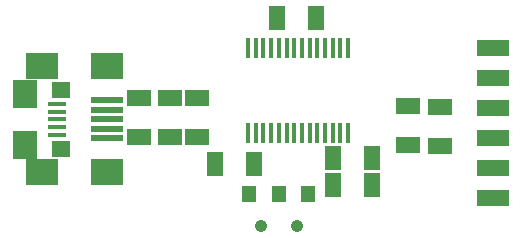
<source format=gbr>
G04 EAGLE Gerber RS-274X export*
G75*
%MOMM*%
%FSLAX34Y34*%
%LPD*%
%INSoldermask Top*%
%IPPOS*%
%AMOC8*
5,1,8,0,0,1.08239X$1,22.5*%
G01*
G04 Define Apertures*
%ADD10R,0.430531X1.703200*%
%ADD11R,2.743200X1.473200*%
%ADD12R,2.703200X0.553200*%
%ADD13R,2.703200X2.203200*%
%ADD14R,2.103200X2.353200*%
%ADD15R,1.503200X1.403200*%
%ADD16R,1.553200X0.431800*%
%ADD17R,1.553200X0.447041*%
%ADD18R,1.473200X2.108200*%
%ADD19R,2.108200X1.473200*%
%ADD20R,1.203200X1.403200*%
%ADD21C,1.053200*%
D10*
X293812Y183200D03*
X287312Y183200D03*
X280812Y183200D03*
X274312Y183200D03*
X267812Y183200D03*
X261312Y183200D03*
X254812Y183200D03*
X248312Y183200D03*
X241812Y183200D03*
X235312Y183200D03*
X228812Y183200D03*
X222312Y183200D03*
X215812Y183200D03*
X209312Y183200D03*
X209312Y110700D03*
X215812Y110700D03*
X222312Y110700D03*
X228812Y110700D03*
X235312Y110700D03*
X241812Y110700D03*
X248312Y110700D03*
X254812Y110700D03*
X261312Y110700D03*
X267812Y110700D03*
X274312Y110700D03*
X280812Y110700D03*
X287312Y110700D03*
X293812Y110700D03*
D11*
X416571Y55668D03*
X416571Y81068D03*
X416571Y106468D03*
X416571Y131868D03*
X416571Y157268D03*
X416571Y182668D03*
D12*
X89544Y122575D03*
X89544Y130575D03*
X89544Y106575D03*
X89544Y114575D03*
D13*
X34544Y77575D03*
X34544Y167575D03*
X89544Y77575D03*
X89544Y167575D03*
D12*
X89544Y138575D03*
D14*
X20270Y144325D03*
X20270Y100825D03*
D15*
X50770Y147575D03*
X50770Y97575D03*
D16*
X47270Y122575D03*
X47270Y129075D03*
D17*
X47270Y135575D03*
D16*
X47270Y116075D03*
D17*
X47270Y109575D03*
D18*
X181204Y84277D03*
X214224Y84277D03*
D19*
X166218Y107899D03*
X166218Y140919D03*
D18*
X233836Y208104D03*
X266856Y208104D03*
D19*
X116688Y107645D03*
X116688Y140665D03*
X142850Y107642D03*
X142850Y140662D03*
D18*
X313792Y89611D03*
X280772Y89611D03*
X313792Y66497D03*
X280772Y66497D03*
D19*
X344780Y100533D03*
X344780Y133553D03*
X371729Y100228D03*
X371729Y133248D03*
D20*
X235306Y59100D03*
X260306Y59100D03*
X210306Y59100D03*
D21*
X250306Y32100D03*
X220306Y32100D03*
M02*

</source>
